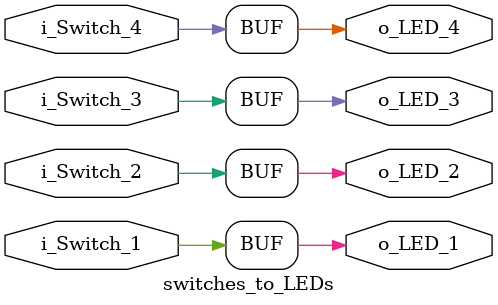
<source format=v>
module switches_to_LEDs
           (input i_Switch_1,
	input i_Switch_2,
	input i_Switch_3,
	input i_Switch_4,
	output o_LED_1,
	output o_LED_2,
	output o_LED_3,
	output o_LED_4);
	
	//physical wire for FPGAs 
	assign o_LED_1 = i_Switch_1;
	assign o_LED_2 = i_Switch_2;
	assign o_LED_3 = i_Switch_3;
	assign o_LED_4 = i_Switch_4;
	
endmodule

</source>
